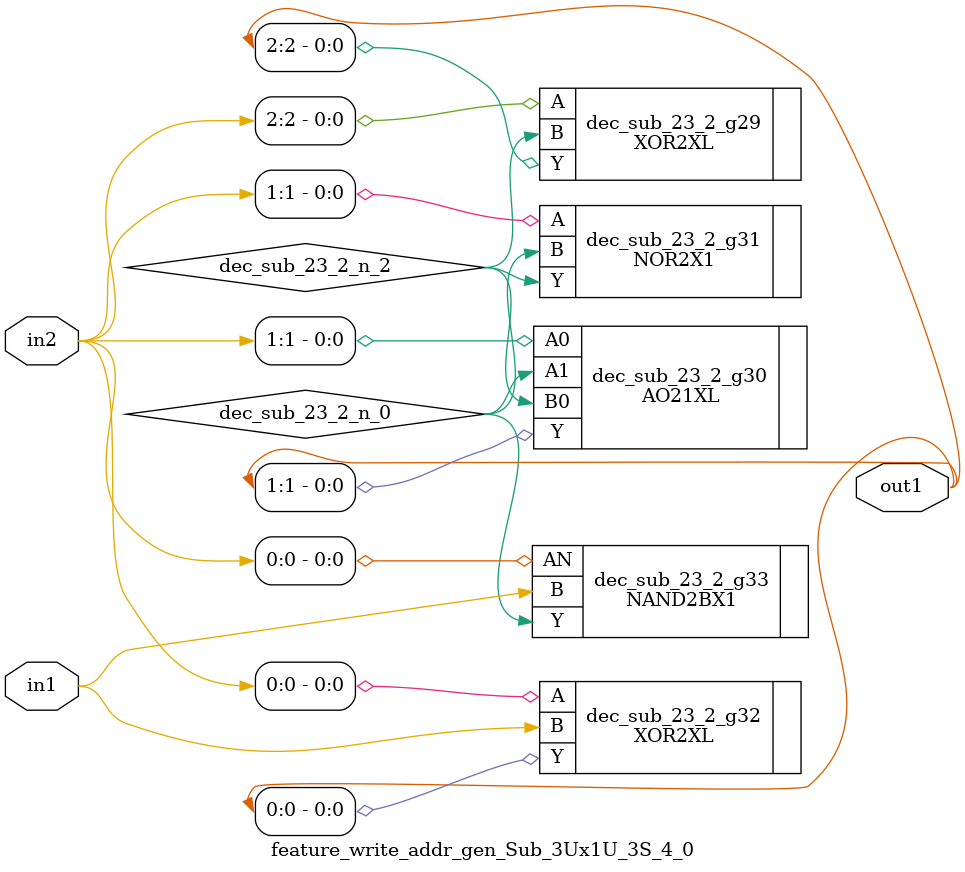
<source format=v>
`timescale 1ps / 1ps


module feature_write_addr_gen_Sub_3Ux1U_3S_4_0(in2, in1, out1);
  input [2:0] in2;
  input in1;
  output [2:0] out1;
  wire [2:0] in2;
  wire in1;
  wire [2:0] out1;
  wire dec_sub_23_2_n_0, dec_sub_23_2_n_2;
  XOR2XL dec_sub_23_2_g29(.A (in2[2]), .B (dec_sub_23_2_n_2), .Y
       (out1[2]));
  AO21XL dec_sub_23_2_g30(.A0 (in2[1]), .A1 (dec_sub_23_2_n_0), .B0
       (dec_sub_23_2_n_2), .Y (out1[1]));
  NOR2X1 dec_sub_23_2_g31(.A (in2[1]), .B (dec_sub_23_2_n_0), .Y
       (dec_sub_23_2_n_2));
  XOR2XL dec_sub_23_2_g32(.A (in2[0]), .B (in1), .Y (out1[0]));
  NAND2BX1 dec_sub_23_2_g33(.AN (in2[0]), .B (in1), .Y
       (dec_sub_23_2_n_0));
endmodule



</source>
